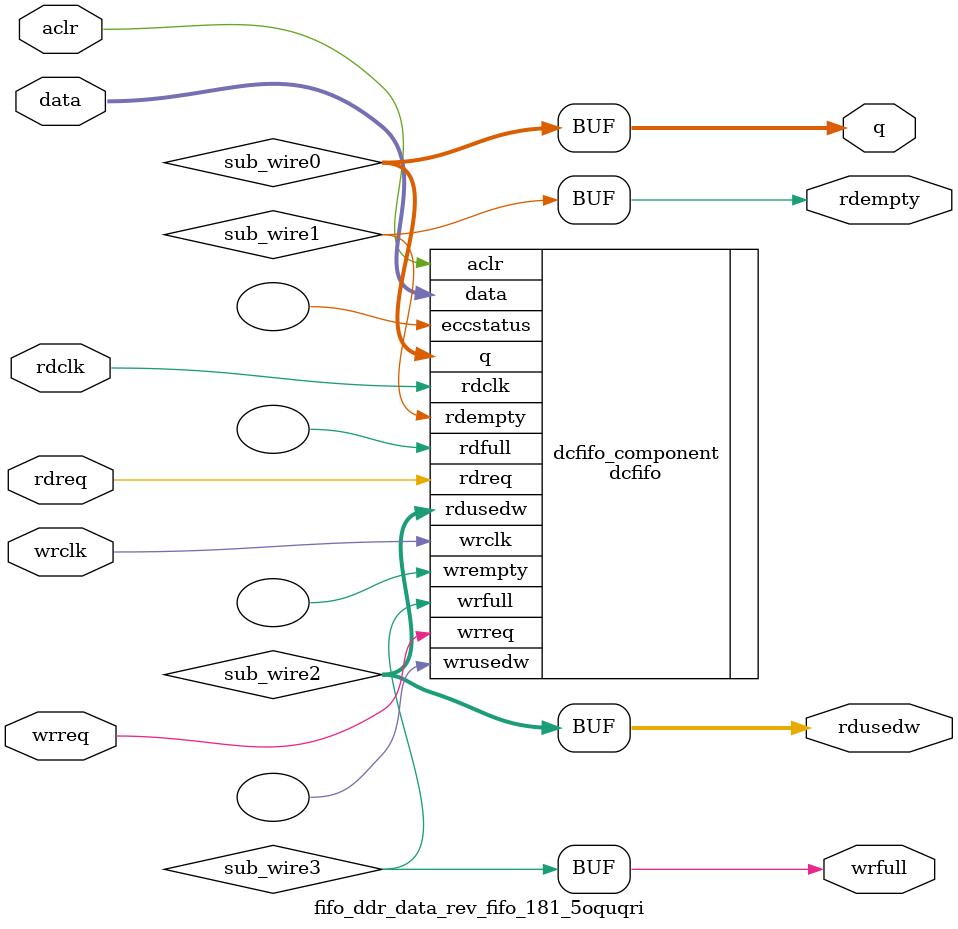
<source format=v>



`timescale 1 ps / 1 ps
// synopsys translate_on
module  fifo_ddr_data_rev_fifo_181_5oquqri  (
    aclr,
    data,
    rdclk,
    rdreq,
    wrclk,
    wrreq,
    q,
    rdempty,
    rdusedw,
    wrfull);

    input    aclr;
    input  [511:0]  data;
    input    rdclk;
    input    rdreq;
    input    wrclk;
    input    wrreq;
    output [511:0]  q;
    output   rdempty;
    output [10:0]  rdusedw;
    output   wrfull;
`ifndef ALTERA_RESERVED_QIS
// synopsys translate_off
`endif
    tri0     aclr;
`ifndef ALTERA_RESERVED_QIS
// synopsys translate_on
`endif

    wire [511:0] sub_wire0;
    wire  sub_wire1;
    wire [10:0] sub_wire2;
    wire  sub_wire3;
    wire [511:0] q = sub_wire0[511:0];
    wire  rdempty = sub_wire1;
    wire [10:0] rdusedw = sub_wire2[10:0];
    wire  wrfull = sub_wire3;

    dcfifo  dcfifo_component (
                .aclr (aclr),
                .data (data),
                .rdclk (rdclk),
                .rdreq (rdreq),
                .wrclk (wrclk),
                .wrreq (wrreq),
                .q (sub_wire0),
                .rdempty (sub_wire1),
                .rdusedw (sub_wire2),
                .wrfull (sub_wire3),
                .eccstatus (),
                .rdfull (),
                .wrempty (),
                .wrusedw ());
    defparam
        dcfifo_component.enable_ecc  = "FALSE",
        dcfifo_component.intended_device_family  = "Arria 10",
        dcfifo_component.lpm_hint  = "DISABLE_DCFIFO_EMBEDDED_TIMING_CONSTRAINT=TRUE",
        dcfifo_component.lpm_numwords  = 2048,
        dcfifo_component.lpm_showahead  = "ON",
        dcfifo_component.lpm_type  = "dcfifo",
        dcfifo_component.lpm_width  = 512,
        dcfifo_component.lpm_widthu  = 11,
        dcfifo_component.overflow_checking  = "ON",
        dcfifo_component.rdsync_delaypipe  = 6,
        dcfifo_component.read_aclr_synch  = "OFF",
        dcfifo_component.underflow_checking  = "ON",
        dcfifo_component.use_eab  = "ON",
        dcfifo_component.write_aclr_synch  = "OFF",
        dcfifo_component.wrsync_delaypipe  = 6;


endmodule



</source>
